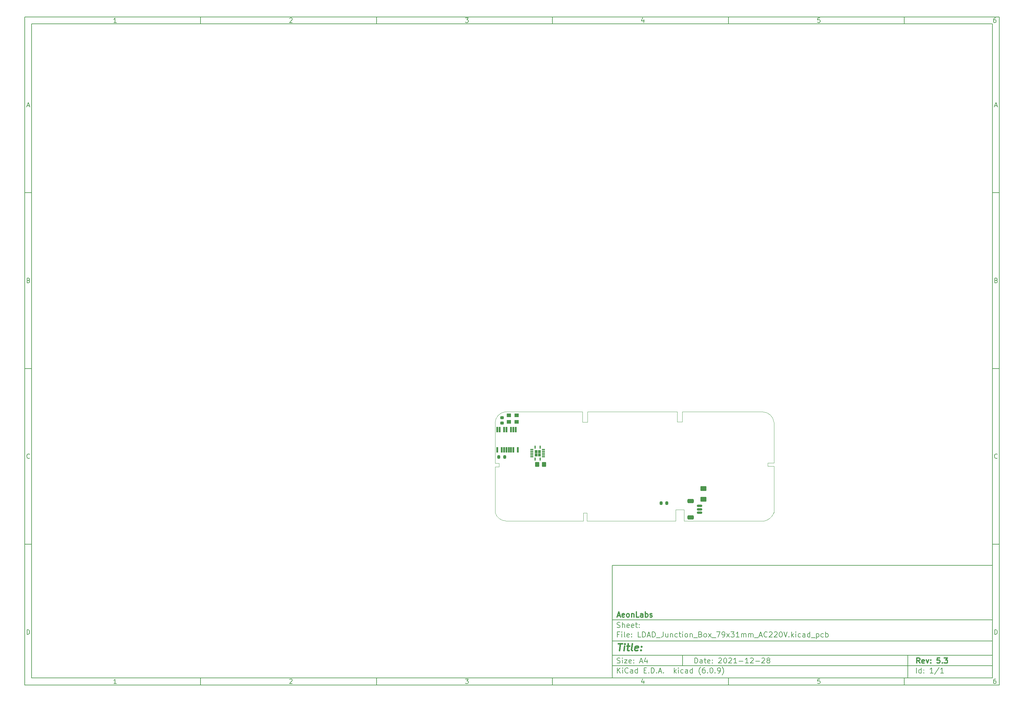
<source format=gbr>
G04 #@! TF.GenerationSoftware,KiCad,Pcbnew,(6.0.9)*
G04 #@! TF.CreationDate,2022-11-26T17:41:20+01:00*
G04 #@! TF.ProjectId,LDAD_Junction_Box_79x31mm_AC220V,4c444144-5f4a-4756-9e63-74696f6e5f42,5.3*
G04 #@! TF.SameCoordinates,Original*
G04 #@! TF.FileFunction,Paste,Bot*
G04 #@! TF.FilePolarity,Positive*
%FSLAX46Y46*%
G04 Gerber Fmt 4.6, Leading zero omitted, Abs format (unit mm)*
G04 Created by KiCad (PCBNEW (6.0.9)) date 2022-11-26 17:41:20*
%MOMM*%
%LPD*%
G01*
G04 APERTURE LIST*
G04 Aperture macros list*
%AMRoundRect*
0 Rectangle with rounded corners*
0 $1 Rounding radius*
0 $2 $3 $4 $5 $6 $7 $8 $9 X,Y pos of 4 corners*
0 Add a 4 corners polygon primitive as box body*
4,1,4,$2,$3,$4,$5,$6,$7,$8,$9,$2,$3,0*
0 Add four circle primitives for the rounded corners*
1,1,$1+$1,$2,$3*
1,1,$1+$1,$4,$5*
1,1,$1+$1,$6,$7*
1,1,$1+$1,$8,$9*
0 Add four rect primitives between the rounded corners*
20,1,$1+$1,$2,$3,$4,$5,0*
20,1,$1+$1,$4,$5,$6,$7,0*
20,1,$1+$1,$6,$7,$8,$9,0*
20,1,$1+$1,$8,$9,$2,$3,0*%
G04 Aperture macros list end*
%ADD10C,0.100000*%
%ADD11C,0.150000*%
%ADD12C,0.300000*%
%ADD13C,0.400000*%
G04 #@! TA.AperFunction,Profile*
%ADD14C,0.120000*%
G04 #@! TD*
%ADD15C,0.010000*%
%ADD16RoundRect,0.150000X-0.625000X0.150000X-0.625000X-0.150000X0.625000X-0.150000X0.625000X0.150000X0*%
%ADD17RoundRect,0.250000X-0.650000X0.350000X-0.650000X-0.350000X0.650000X-0.350000X0.650000X0.350000X0*%
%ADD18R,1.300000X1.000000*%
%ADD19RoundRect,0.250000X0.350000X0.450000X-0.350000X0.450000X-0.350000X-0.450000X0.350000X-0.450000X0*%
%ADD20RoundRect,0.225000X-0.250000X0.225000X-0.250000X-0.225000X0.250000X-0.225000X0.250000X0.225000X0*%
%ADD21RoundRect,0.200000X0.200000X0.275000X-0.200000X0.275000X-0.200000X-0.275000X0.200000X-0.275000X0*%
%ADD22RoundRect,0.250001X-0.624999X0.462499X-0.624999X-0.462499X0.624999X-0.462499X0.624999X0.462499X0*%
%ADD23RoundRect,0.200000X-0.200000X-0.275000X0.200000X-0.275000X0.200000X0.275000X-0.200000X0.275000X0*%
%ADD24RoundRect,0.020500X-0.184500X0.729500X-0.184500X-0.729500X0.184500X-0.729500X0.184500X0.729500X0*%
%ADD25RoundRect,0.000050X-0.000450X0.000450X-0.000450X-0.000450X0.000450X-0.000450X0.000450X0.000450X0*%
%ADD26RoundRect,0.018200X-0.111800X0.421800X-0.111800X-0.421800X0.111800X-0.421800X0.111800X0.421800X0*%
%ADD27RoundRect,0.018200X0.421800X0.111800X-0.421800X0.111800X-0.421800X-0.111800X0.421800X-0.111800X0*%
%ADD28RoundRect,0.018200X-0.421800X-0.111800X0.421800X-0.111800X0.421800X0.111800X-0.421800X0.111800X0*%
G04 APERTURE END LIST*
D10*
D11*
X177002200Y-166007200D02*
X177002200Y-198007200D01*
X285002200Y-198007200D01*
X285002200Y-166007200D01*
X177002200Y-166007200D01*
D10*
D11*
X10000000Y-10000000D02*
X10000000Y-200007200D01*
X287002200Y-200007200D01*
X287002200Y-10000000D01*
X10000000Y-10000000D01*
D10*
D11*
X12000000Y-12000000D02*
X12000000Y-198007200D01*
X285002200Y-198007200D01*
X285002200Y-12000000D01*
X12000000Y-12000000D01*
D10*
D11*
X60000000Y-12000000D02*
X60000000Y-10000000D01*
D10*
D11*
X110000000Y-12000000D02*
X110000000Y-10000000D01*
D10*
D11*
X160000000Y-12000000D02*
X160000000Y-10000000D01*
D10*
D11*
X210000000Y-12000000D02*
X210000000Y-10000000D01*
D10*
D11*
X260000000Y-12000000D02*
X260000000Y-10000000D01*
D10*
D11*
X36065476Y-11588095D02*
X35322619Y-11588095D01*
X35694047Y-11588095D02*
X35694047Y-10288095D01*
X35570238Y-10473809D01*
X35446428Y-10597619D01*
X35322619Y-10659523D01*
D10*
D11*
X85322619Y-10411904D02*
X85384523Y-10350000D01*
X85508333Y-10288095D01*
X85817857Y-10288095D01*
X85941666Y-10350000D01*
X86003571Y-10411904D01*
X86065476Y-10535714D01*
X86065476Y-10659523D01*
X86003571Y-10845238D01*
X85260714Y-11588095D01*
X86065476Y-11588095D01*
D10*
D11*
X135260714Y-10288095D02*
X136065476Y-10288095D01*
X135632142Y-10783333D01*
X135817857Y-10783333D01*
X135941666Y-10845238D01*
X136003571Y-10907142D01*
X136065476Y-11030952D01*
X136065476Y-11340476D01*
X136003571Y-11464285D01*
X135941666Y-11526190D01*
X135817857Y-11588095D01*
X135446428Y-11588095D01*
X135322619Y-11526190D01*
X135260714Y-11464285D01*
D10*
D11*
X185941666Y-10721428D02*
X185941666Y-11588095D01*
X185632142Y-10226190D02*
X185322619Y-11154761D01*
X186127380Y-11154761D01*
D10*
D11*
X236003571Y-10288095D02*
X235384523Y-10288095D01*
X235322619Y-10907142D01*
X235384523Y-10845238D01*
X235508333Y-10783333D01*
X235817857Y-10783333D01*
X235941666Y-10845238D01*
X236003571Y-10907142D01*
X236065476Y-11030952D01*
X236065476Y-11340476D01*
X236003571Y-11464285D01*
X235941666Y-11526190D01*
X235817857Y-11588095D01*
X235508333Y-11588095D01*
X235384523Y-11526190D01*
X235322619Y-11464285D01*
D10*
D11*
X285941666Y-10288095D02*
X285694047Y-10288095D01*
X285570238Y-10350000D01*
X285508333Y-10411904D01*
X285384523Y-10597619D01*
X285322619Y-10845238D01*
X285322619Y-11340476D01*
X285384523Y-11464285D01*
X285446428Y-11526190D01*
X285570238Y-11588095D01*
X285817857Y-11588095D01*
X285941666Y-11526190D01*
X286003571Y-11464285D01*
X286065476Y-11340476D01*
X286065476Y-11030952D01*
X286003571Y-10907142D01*
X285941666Y-10845238D01*
X285817857Y-10783333D01*
X285570238Y-10783333D01*
X285446428Y-10845238D01*
X285384523Y-10907142D01*
X285322619Y-11030952D01*
D10*
D11*
X60000000Y-198007200D02*
X60000000Y-200007200D01*
D10*
D11*
X110000000Y-198007200D02*
X110000000Y-200007200D01*
D10*
D11*
X160000000Y-198007200D02*
X160000000Y-200007200D01*
D10*
D11*
X210000000Y-198007200D02*
X210000000Y-200007200D01*
D10*
D11*
X260000000Y-198007200D02*
X260000000Y-200007200D01*
D10*
D11*
X36065476Y-199595295D02*
X35322619Y-199595295D01*
X35694047Y-199595295D02*
X35694047Y-198295295D01*
X35570238Y-198481009D01*
X35446428Y-198604819D01*
X35322619Y-198666723D01*
D10*
D11*
X85322619Y-198419104D02*
X85384523Y-198357200D01*
X85508333Y-198295295D01*
X85817857Y-198295295D01*
X85941666Y-198357200D01*
X86003571Y-198419104D01*
X86065476Y-198542914D01*
X86065476Y-198666723D01*
X86003571Y-198852438D01*
X85260714Y-199595295D01*
X86065476Y-199595295D01*
D10*
D11*
X135260714Y-198295295D02*
X136065476Y-198295295D01*
X135632142Y-198790533D01*
X135817857Y-198790533D01*
X135941666Y-198852438D01*
X136003571Y-198914342D01*
X136065476Y-199038152D01*
X136065476Y-199347676D01*
X136003571Y-199471485D01*
X135941666Y-199533390D01*
X135817857Y-199595295D01*
X135446428Y-199595295D01*
X135322619Y-199533390D01*
X135260714Y-199471485D01*
D10*
D11*
X185941666Y-198728628D02*
X185941666Y-199595295D01*
X185632142Y-198233390D02*
X185322619Y-199161961D01*
X186127380Y-199161961D01*
D10*
D11*
X236003571Y-198295295D02*
X235384523Y-198295295D01*
X235322619Y-198914342D01*
X235384523Y-198852438D01*
X235508333Y-198790533D01*
X235817857Y-198790533D01*
X235941666Y-198852438D01*
X236003571Y-198914342D01*
X236065476Y-199038152D01*
X236065476Y-199347676D01*
X236003571Y-199471485D01*
X235941666Y-199533390D01*
X235817857Y-199595295D01*
X235508333Y-199595295D01*
X235384523Y-199533390D01*
X235322619Y-199471485D01*
D10*
D11*
X285941666Y-198295295D02*
X285694047Y-198295295D01*
X285570238Y-198357200D01*
X285508333Y-198419104D01*
X285384523Y-198604819D01*
X285322619Y-198852438D01*
X285322619Y-199347676D01*
X285384523Y-199471485D01*
X285446428Y-199533390D01*
X285570238Y-199595295D01*
X285817857Y-199595295D01*
X285941666Y-199533390D01*
X286003571Y-199471485D01*
X286065476Y-199347676D01*
X286065476Y-199038152D01*
X286003571Y-198914342D01*
X285941666Y-198852438D01*
X285817857Y-198790533D01*
X285570238Y-198790533D01*
X285446428Y-198852438D01*
X285384523Y-198914342D01*
X285322619Y-199038152D01*
D10*
D11*
X10000000Y-60000000D02*
X12000000Y-60000000D01*
D10*
D11*
X10000000Y-110000000D02*
X12000000Y-110000000D01*
D10*
D11*
X10000000Y-160000000D02*
X12000000Y-160000000D01*
D10*
D11*
X10690476Y-35216666D02*
X11309523Y-35216666D01*
X10566666Y-35588095D02*
X11000000Y-34288095D01*
X11433333Y-35588095D01*
D10*
D11*
X11092857Y-84907142D02*
X11278571Y-84969047D01*
X11340476Y-85030952D01*
X11402380Y-85154761D01*
X11402380Y-85340476D01*
X11340476Y-85464285D01*
X11278571Y-85526190D01*
X11154761Y-85588095D01*
X10659523Y-85588095D01*
X10659523Y-84288095D01*
X11092857Y-84288095D01*
X11216666Y-84350000D01*
X11278571Y-84411904D01*
X11340476Y-84535714D01*
X11340476Y-84659523D01*
X11278571Y-84783333D01*
X11216666Y-84845238D01*
X11092857Y-84907142D01*
X10659523Y-84907142D01*
D10*
D11*
X11402380Y-135464285D02*
X11340476Y-135526190D01*
X11154761Y-135588095D01*
X11030952Y-135588095D01*
X10845238Y-135526190D01*
X10721428Y-135402380D01*
X10659523Y-135278571D01*
X10597619Y-135030952D01*
X10597619Y-134845238D01*
X10659523Y-134597619D01*
X10721428Y-134473809D01*
X10845238Y-134350000D01*
X11030952Y-134288095D01*
X11154761Y-134288095D01*
X11340476Y-134350000D01*
X11402380Y-134411904D01*
D10*
D11*
X10659523Y-185588095D02*
X10659523Y-184288095D01*
X10969047Y-184288095D01*
X11154761Y-184350000D01*
X11278571Y-184473809D01*
X11340476Y-184597619D01*
X11402380Y-184845238D01*
X11402380Y-185030952D01*
X11340476Y-185278571D01*
X11278571Y-185402380D01*
X11154761Y-185526190D01*
X10969047Y-185588095D01*
X10659523Y-185588095D01*
D10*
D11*
X287002200Y-60000000D02*
X285002200Y-60000000D01*
D10*
D11*
X287002200Y-110000000D02*
X285002200Y-110000000D01*
D10*
D11*
X287002200Y-160000000D02*
X285002200Y-160000000D01*
D10*
D11*
X285692676Y-35216666D02*
X286311723Y-35216666D01*
X285568866Y-35588095D02*
X286002200Y-34288095D01*
X286435533Y-35588095D01*
D10*
D11*
X286095057Y-84907142D02*
X286280771Y-84969047D01*
X286342676Y-85030952D01*
X286404580Y-85154761D01*
X286404580Y-85340476D01*
X286342676Y-85464285D01*
X286280771Y-85526190D01*
X286156961Y-85588095D01*
X285661723Y-85588095D01*
X285661723Y-84288095D01*
X286095057Y-84288095D01*
X286218866Y-84350000D01*
X286280771Y-84411904D01*
X286342676Y-84535714D01*
X286342676Y-84659523D01*
X286280771Y-84783333D01*
X286218866Y-84845238D01*
X286095057Y-84907142D01*
X285661723Y-84907142D01*
D10*
D11*
X286404580Y-135464285D02*
X286342676Y-135526190D01*
X286156961Y-135588095D01*
X286033152Y-135588095D01*
X285847438Y-135526190D01*
X285723628Y-135402380D01*
X285661723Y-135278571D01*
X285599819Y-135030952D01*
X285599819Y-134845238D01*
X285661723Y-134597619D01*
X285723628Y-134473809D01*
X285847438Y-134350000D01*
X286033152Y-134288095D01*
X286156961Y-134288095D01*
X286342676Y-134350000D01*
X286404580Y-134411904D01*
D10*
D11*
X285661723Y-185588095D02*
X285661723Y-184288095D01*
X285971247Y-184288095D01*
X286156961Y-184350000D01*
X286280771Y-184473809D01*
X286342676Y-184597619D01*
X286404580Y-184845238D01*
X286404580Y-185030952D01*
X286342676Y-185278571D01*
X286280771Y-185402380D01*
X286156961Y-185526190D01*
X285971247Y-185588095D01*
X285661723Y-185588095D01*
D10*
D11*
X200434342Y-193785771D02*
X200434342Y-192285771D01*
X200791485Y-192285771D01*
X201005771Y-192357200D01*
X201148628Y-192500057D01*
X201220057Y-192642914D01*
X201291485Y-192928628D01*
X201291485Y-193142914D01*
X201220057Y-193428628D01*
X201148628Y-193571485D01*
X201005771Y-193714342D01*
X200791485Y-193785771D01*
X200434342Y-193785771D01*
X202577200Y-193785771D02*
X202577200Y-193000057D01*
X202505771Y-192857200D01*
X202362914Y-192785771D01*
X202077200Y-192785771D01*
X201934342Y-192857200D01*
X202577200Y-193714342D02*
X202434342Y-193785771D01*
X202077200Y-193785771D01*
X201934342Y-193714342D01*
X201862914Y-193571485D01*
X201862914Y-193428628D01*
X201934342Y-193285771D01*
X202077200Y-193214342D01*
X202434342Y-193214342D01*
X202577200Y-193142914D01*
X203077200Y-192785771D02*
X203648628Y-192785771D01*
X203291485Y-192285771D02*
X203291485Y-193571485D01*
X203362914Y-193714342D01*
X203505771Y-193785771D01*
X203648628Y-193785771D01*
X204720057Y-193714342D02*
X204577200Y-193785771D01*
X204291485Y-193785771D01*
X204148628Y-193714342D01*
X204077200Y-193571485D01*
X204077200Y-193000057D01*
X204148628Y-192857200D01*
X204291485Y-192785771D01*
X204577200Y-192785771D01*
X204720057Y-192857200D01*
X204791485Y-193000057D01*
X204791485Y-193142914D01*
X204077200Y-193285771D01*
X205434342Y-193642914D02*
X205505771Y-193714342D01*
X205434342Y-193785771D01*
X205362914Y-193714342D01*
X205434342Y-193642914D01*
X205434342Y-193785771D01*
X205434342Y-192857200D02*
X205505771Y-192928628D01*
X205434342Y-193000057D01*
X205362914Y-192928628D01*
X205434342Y-192857200D01*
X205434342Y-193000057D01*
X207220057Y-192428628D02*
X207291485Y-192357200D01*
X207434342Y-192285771D01*
X207791485Y-192285771D01*
X207934342Y-192357200D01*
X208005771Y-192428628D01*
X208077200Y-192571485D01*
X208077200Y-192714342D01*
X208005771Y-192928628D01*
X207148628Y-193785771D01*
X208077200Y-193785771D01*
X209005771Y-192285771D02*
X209148628Y-192285771D01*
X209291485Y-192357200D01*
X209362914Y-192428628D01*
X209434342Y-192571485D01*
X209505771Y-192857200D01*
X209505771Y-193214342D01*
X209434342Y-193500057D01*
X209362914Y-193642914D01*
X209291485Y-193714342D01*
X209148628Y-193785771D01*
X209005771Y-193785771D01*
X208862914Y-193714342D01*
X208791485Y-193642914D01*
X208720057Y-193500057D01*
X208648628Y-193214342D01*
X208648628Y-192857200D01*
X208720057Y-192571485D01*
X208791485Y-192428628D01*
X208862914Y-192357200D01*
X209005771Y-192285771D01*
X210077200Y-192428628D02*
X210148628Y-192357200D01*
X210291485Y-192285771D01*
X210648628Y-192285771D01*
X210791485Y-192357200D01*
X210862914Y-192428628D01*
X210934342Y-192571485D01*
X210934342Y-192714342D01*
X210862914Y-192928628D01*
X210005771Y-193785771D01*
X210934342Y-193785771D01*
X212362914Y-193785771D02*
X211505771Y-193785771D01*
X211934342Y-193785771D02*
X211934342Y-192285771D01*
X211791485Y-192500057D01*
X211648628Y-192642914D01*
X211505771Y-192714342D01*
X213005771Y-193214342D02*
X214148628Y-193214342D01*
X215648628Y-193785771D02*
X214791485Y-193785771D01*
X215220057Y-193785771D02*
X215220057Y-192285771D01*
X215077200Y-192500057D01*
X214934342Y-192642914D01*
X214791485Y-192714342D01*
X216220057Y-192428628D02*
X216291485Y-192357200D01*
X216434342Y-192285771D01*
X216791485Y-192285771D01*
X216934342Y-192357200D01*
X217005771Y-192428628D01*
X217077200Y-192571485D01*
X217077200Y-192714342D01*
X217005771Y-192928628D01*
X216148628Y-193785771D01*
X217077200Y-193785771D01*
X217720057Y-193214342D02*
X218862914Y-193214342D01*
X219505771Y-192428628D02*
X219577200Y-192357200D01*
X219720057Y-192285771D01*
X220077200Y-192285771D01*
X220220057Y-192357200D01*
X220291485Y-192428628D01*
X220362914Y-192571485D01*
X220362914Y-192714342D01*
X220291485Y-192928628D01*
X219434342Y-193785771D01*
X220362914Y-193785771D01*
X221220057Y-192928628D02*
X221077200Y-192857200D01*
X221005771Y-192785771D01*
X220934342Y-192642914D01*
X220934342Y-192571485D01*
X221005771Y-192428628D01*
X221077200Y-192357200D01*
X221220057Y-192285771D01*
X221505771Y-192285771D01*
X221648628Y-192357200D01*
X221720057Y-192428628D01*
X221791485Y-192571485D01*
X221791485Y-192642914D01*
X221720057Y-192785771D01*
X221648628Y-192857200D01*
X221505771Y-192928628D01*
X221220057Y-192928628D01*
X221077200Y-193000057D01*
X221005771Y-193071485D01*
X220934342Y-193214342D01*
X220934342Y-193500057D01*
X221005771Y-193642914D01*
X221077200Y-193714342D01*
X221220057Y-193785771D01*
X221505771Y-193785771D01*
X221648628Y-193714342D01*
X221720057Y-193642914D01*
X221791485Y-193500057D01*
X221791485Y-193214342D01*
X221720057Y-193071485D01*
X221648628Y-193000057D01*
X221505771Y-192928628D01*
D10*
D11*
X177002200Y-194507200D02*
X285002200Y-194507200D01*
D10*
D11*
X178434342Y-196585771D02*
X178434342Y-195085771D01*
X179291485Y-196585771D02*
X178648628Y-195728628D01*
X179291485Y-195085771D02*
X178434342Y-195942914D01*
X179934342Y-196585771D02*
X179934342Y-195585771D01*
X179934342Y-195085771D02*
X179862914Y-195157200D01*
X179934342Y-195228628D01*
X180005771Y-195157200D01*
X179934342Y-195085771D01*
X179934342Y-195228628D01*
X181505771Y-196442914D02*
X181434342Y-196514342D01*
X181220057Y-196585771D01*
X181077200Y-196585771D01*
X180862914Y-196514342D01*
X180720057Y-196371485D01*
X180648628Y-196228628D01*
X180577200Y-195942914D01*
X180577200Y-195728628D01*
X180648628Y-195442914D01*
X180720057Y-195300057D01*
X180862914Y-195157200D01*
X181077200Y-195085771D01*
X181220057Y-195085771D01*
X181434342Y-195157200D01*
X181505771Y-195228628D01*
X182791485Y-196585771D02*
X182791485Y-195800057D01*
X182720057Y-195657200D01*
X182577200Y-195585771D01*
X182291485Y-195585771D01*
X182148628Y-195657200D01*
X182791485Y-196514342D02*
X182648628Y-196585771D01*
X182291485Y-196585771D01*
X182148628Y-196514342D01*
X182077200Y-196371485D01*
X182077200Y-196228628D01*
X182148628Y-196085771D01*
X182291485Y-196014342D01*
X182648628Y-196014342D01*
X182791485Y-195942914D01*
X184148628Y-196585771D02*
X184148628Y-195085771D01*
X184148628Y-196514342D02*
X184005771Y-196585771D01*
X183720057Y-196585771D01*
X183577200Y-196514342D01*
X183505771Y-196442914D01*
X183434342Y-196300057D01*
X183434342Y-195871485D01*
X183505771Y-195728628D01*
X183577200Y-195657200D01*
X183720057Y-195585771D01*
X184005771Y-195585771D01*
X184148628Y-195657200D01*
X186005771Y-195800057D02*
X186505771Y-195800057D01*
X186720057Y-196585771D02*
X186005771Y-196585771D01*
X186005771Y-195085771D01*
X186720057Y-195085771D01*
X187362914Y-196442914D02*
X187434342Y-196514342D01*
X187362914Y-196585771D01*
X187291485Y-196514342D01*
X187362914Y-196442914D01*
X187362914Y-196585771D01*
X188077200Y-196585771D02*
X188077200Y-195085771D01*
X188434342Y-195085771D01*
X188648628Y-195157200D01*
X188791485Y-195300057D01*
X188862914Y-195442914D01*
X188934342Y-195728628D01*
X188934342Y-195942914D01*
X188862914Y-196228628D01*
X188791485Y-196371485D01*
X188648628Y-196514342D01*
X188434342Y-196585771D01*
X188077200Y-196585771D01*
X189577200Y-196442914D02*
X189648628Y-196514342D01*
X189577200Y-196585771D01*
X189505771Y-196514342D01*
X189577200Y-196442914D01*
X189577200Y-196585771D01*
X190220057Y-196157200D02*
X190934342Y-196157200D01*
X190077200Y-196585771D02*
X190577200Y-195085771D01*
X191077200Y-196585771D01*
X191577200Y-196442914D02*
X191648628Y-196514342D01*
X191577200Y-196585771D01*
X191505771Y-196514342D01*
X191577200Y-196442914D01*
X191577200Y-196585771D01*
X194577200Y-196585771D02*
X194577200Y-195085771D01*
X194720057Y-196014342D02*
X195148628Y-196585771D01*
X195148628Y-195585771D02*
X194577200Y-196157200D01*
X195791485Y-196585771D02*
X195791485Y-195585771D01*
X195791485Y-195085771D02*
X195720057Y-195157200D01*
X195791485Y-195228628D01*
X195862914Y-195157200D01*
X195791485Y-195085771D01*
X195791485Y-195228628D01*
X197148628Y-196514342D02*
X197005771Y-196585771D01*
X196720057Y-196585771D01*
X196577200Y-196514342D01*
X196505771Y-196442914D01*
X196434342Y-196300057D01*
X196434342Y-195871485D01*
X196505771Y-195728628D01*
X196577200Y-195657200D01*
X196720057Y-195585771D01*
X197005771Y-195585771D01*
X197148628Y-195657200D01*
X198434342Y-196585771D02*
X198434342Y-195800057D01*
X198362914Y-195657200D01*
X198220057Y-195585771D01*
X197934342Y-195585771D01*
X197791485Y-195657200D01*
X198434342Y-196514342D02*
X198291485Y-196585771D01*
X197934342Y-196585771D01*
X197791485Y-196514342D01*
X197720057Y-196371485D01*
X197720057Y-196228628D01*
X197791485Y-196085771D01*
X197934342Y-196014342D01*
X198291485Y-196014342D01*
X198434342Y-195942914D01*
X199791485Y-196585771D02*
X199791485Y-195085771D01*
X199791485Y-196514342D02*
X199648628Y-196585771D01*
X199362914Y-196585771D01*
X199220057Y-196514342D01*
X199148628Y-196442914D01*
X199077200Y-196300057D01*
X199077200Y-195871485D01*
X199148628Y-195728628D01*
X199220057Y-195657200D01*
X199362914Y-195585771D01*
X199648628Y-195585771D01*
X199791485Y-195657200D01*
X202077200Y-197157200D02*
X202005771Y-197085771D01*
X201862914Y-196871485D01*
X201791485Y-196728628D01*
X201720057Y-196514342D01*
X201648628Y-196157200D01*
X201648628Y-195871485D01*
X201720057Y-195514342D01*
X201791485Y-195300057D01*
X201862914Y-195157200D01*
X202005771Y-194942914D01*
X202077200Y-194871485D01*
X203291485Y-195085771D02*
X203005771Y-195085771D01*
X202862914Y-195157200D01*
X202791485Y-195228628D01*
X202648628Y-195442914D01*
X202577200Y-195728628D01*
X202577200Y-196300057D01*
X202648628Y-196442914D01*
X202720057Y-196514342D01*
X202862914Y-196585771D01*
X203148628Y-196585771D01*
X203291485Y-196514342D01*
X203362914Y-196442914D01*
X203434342Y-196300057D01*
X203434342Y-195942914D01*
X203362914Y-195800057D01*
X203291485Y-195728628D01*
X203148628Y-195657200D01*
X202862914Y-195657200D01*
X202720057Y-195728628D01*
X202648628Y-195800057D01*
X202577200Y-195942914D01*
X204077200Y-196442914D02*
X204148628Y-196514342D01*
X204077200Y-196585771D01*
X204005771Y-196514342D01*
X204077200Y-196442914D01*
X204077200Y-196585771D01*
X205077200Y-195085771D02*
X205220057Y-195085771D01*
X205362914Y-195157200D01*
X205434342Y-195228628D01*
X205505771Y-195371485D01*
X205577200Y-195657200D01*
X205577200Y-196014342D01*
X205505771Y-196300057D01*
X205434342Y-196442914D01*
X205362914Y-196514342D01*
X205220057Y-196585771D01*
X205077200Y-196585771D01*
X204934342Y-196514342D01*
X204862914Y-196442914D01*
X204791485Y-196300057D01*
X204720057Y-196014342D01*
X204720057Y-195657200D01*
X204791485Y-195371485D01*
X204862914Y-195228628D01*
X204934342Y-195157200D01*
X205077200Y-195085771D01*
X206220057Y-196442914D02*
X206291485Y-196514342D01*
X206220057Y-196585771D01*
X206148628Y-196514342D01*
X206220057Y-196442914D01*
X206220057Y-196585771D01*
X207005771Y-196585771D02*
X207291485Y-196585771D01*
X207434342Y-196514342D01*
X207505771Y-196442914D01*
X207648628Y-196228628D01*
X207720057Y-195942914D01*
X207720057Y-195371485D01*
X207648628Y-195228628D01*
X207577200Y-195157200D01*
X207434342Y-195085771D01*
X207148628Y-195085771D01*
X207005771Y-195157200D01*
X206934342Y-195228628D01*
X206862914Y-195371485D01*
X206862914Y-195728628D01*
X206934342Y-195871485D01*
X207005771Y-195942914D01*
X207148628Y-196014342D01*
X207434342Y-196014342D01*
X207577200Y-195942914D01*
X207648628Y-195871485D01*
X207720057Y-195728628D01*
X208220057Y-197157200D02*
X208291485Y-197085771D01*
X208434342Y-196871485D01*
X208505771Y-196728628D01*
X208577200Y-196514342D01*
X208648628Y-196157200D01*
X208648628Y-195871485D01*
X208577200Y-195514342D01*
X208505771Y-195300057D01*
X208434342Y-195157200D01*
X208291485Y-194942914D01*
X208220057Y-194871485D01*
D10*
D11*
X177002200Y-191507200D02*
X285002200Y-191507200D01*
D10*
D12*
X264411485Y-193785771D02*
X263911485Y-193071485D01*
X263554342Y-193785771D02*
X263554342Y-192285771D01*
X264125771Y-192285771D01*
X264268628Y-192357200D01*
X264340057Y-192428628D01*
X264411485Y-192571485D01*
X264411485Y-192785771D01*
X264340057Y-192928628D01*
X264268628Y-193000057D01*
X264125771Y-193071485D01*
X263554342Y-193071485D01*
X265625771Y-193714342D02*
X265482914Y-193785771D01*
X265197200Y-193785771D01*
X265054342Y-193714342D01*
X264982914Y-193571485D01*
X264982914Y-193000057D01*
X265054342Y-192857200D01*
X265197200Y-192785771D01*
X265482914Y-192785771D01*
X265625771Y-192857200D01*
X265697200Y-193000057D01*
X265697200Y-193142914D01*
X264982914Y-193285771D01*
X266197200Y-192785771D02*
X266554342Y-193785771D01*
X266911485Y-192785771D01*
X267482914Y-193642914D02*
X267554342Y-193714342D01*
X267482914Y-193785771D01*
X267411485Y-193714342D01*
X267482914Y-193642914D01*
X267482914Y-193785771D01*
X267482914Y-192857200D02*
X267554342Y-192928628D01*
X267482914Y-193000057D01*
X267411485Y-192928628D01*
X267482914Y-192857200D01*
X267482914Y-193000057D01*
X270054342Y-192285771D02*
X269340057Y-192285771D01*
X269268628Y-193000057D01*
X269340057Y-192928628D01*
X269482914Y-192857200D01*
X269840057Y-192857200D01*
X269982914Y-192928628D01*
X270054342Y-193000057D01*
X270125771Y-193142914D01*
X270125771Y-193500057D01*
X270054342Y-193642914D01*
X269982914Y-193714342D01*
X269840057Y-193785771D01*
X269482914Y-193785771D01*
X269340057Y-193714342D01*
X269268628Y-193642914D01*
X270768628Y-193642914D02*
X270840057Y-193714342D01*
X270768628Y-193785771D01*
X270697200Y-193714342D01*
X270768628Y-193642914D01*
X270768628Y-193785771D01*
X271340057Y-192285771D02*
X272268628Y-192285771D01*
X271768628Y-192857200D01*
X271982914Y-192857200D01*
X272125771Y-192928628D01*
X272197200Y-193000057D01*
X272268628Y-193142914D01*
X272268628Y-193500057D01*
X272197200Y-193642914D01*
X272125771Y-193714342D01*
X271982914Y-193785771D01*
X271554342Y-193785771D01*
X271411485Y-193714342D01*
X271340057Y-193642914D01*
D10*
D11*
X178362914Y-193714342D02*
X178577200Y-193785771D01*
X178934342Y-193785771D01*
X179077200Y-193714342D01*
X179148628Y-193642914D01*
X179220057Y-193500057D01*
X179220057Y-193357200D01*
X179148628Y-193214342D01*
X179077200Y-193142914D01*
X178934342Y-193071485D01*
X178648628Y-193000057D01*
X178505771Y-192928628D01*
X178434342Y-192857200D01*
X178362914Y-192714342D01*
X178362914Y-192571485D01*
X178434342Y-192428628D01*
X178505771Y-192357200D01*
X178648628Y-192285771D01*
X179005771Y-192285771D01*
X179220057Y-192357200D01*
X179862914Y-193785771D02*
X179862914Y-192785771D01*
X179862914Y-192285771D02*
X179791485Y-192357200D01*
X179862914Y-192428628D01*
X179934342Y-192357200D01*
X179862914Y-192285771D01*
X179862914Y-192428628D01*
X180434342Y-192785771D02*
X181220057Y-192785771D01*
X180434342Y-193785771D01*
X181220057Y-193785771D01*
X182362914Y-193714342D02*
X182220057Y-193785771D01*
X181934342Y-193785771D01*
X181791485Y-193714342D01*
X181720057Y-193571485D01*
X181720057Y-193000057D01*
X181791485Y-192857200D01*
X181934342Y-192785771D01*
X182220057Y-192785771D01*
X182362914Y-192857200D01*
X182434342Y-193000057D01*
X182434342Y-193142914D01*
X181720057Y-193285771D01*
X183077200Y-193642914D02*
X183148628Y-193714342D01*
X183077200Y-193785771D01*
X183005771Y-193714342D01*
X183077200Y-193642914D01*
X183077200Y-193785771D01*
X183077200Y-192857200D02*
X183148628Y-192928628D01*
X183077200Y-193000057D01*
X183005771Y-192928628D01*
X183077200Y-192857200D01*
X183077200Y-193000057D01*
X184862914Y-193357200D02*
X185577200Y-193357200D01*
X184720057Y-193785771D02*
X185220057Y-192285771D01*
X185720057Y-193785771D01*
X186862914Y-192785771D02*
X186862914Y-193785771D01*
X186505771Y-192214342D02*
X186148628Y-193285771D01*
X187077200Y-193285771D01*
D10*
D11*
X263434342Y-196585771D02*
X263434342Y-195085771D01*
X264791485Y-196585771D02*
X264791485Y-195085771D01*
X264791485Y-196514342D02*
X264648628Y-196585771D01*
X264362914Y-196585771D01*
X264220057Y-196514342D01*
X264148628Y-196442914D01*
X264077200Y-196300057D01*
X264077200Y-195871485D01*
X264148628Y-195728628D01*
X264220057Y-195657200D01*
X264362914Y-195585771D01*
X264648628Y-195585771D01*
X264791485Y-195657200D01*
X265505771Y-196442914D02*
X265577200Y-196514342D01*
X265505771Y-196585771D01*
X265434342Y-196514342D01*
X265505771Y-196442914D01*
X265505771Y-196585771D01*
X265505771Y-195657200D02*
X265577200Y-195728628D01*
X265505771Y-195800057D01*
X265434342Y-195728628D01*
X265505771Y-195657200D01*
X265505771Y-195800057D01*
X268148628Y-196585771D02*
X267291485Y-196585771D01*
X267720057Y-196585771D02*
X267720057Y-195085771D01*
X267577200Y-195300057D01*
X267434342Y-195442914D01*
X267291485Y-195514342D01*
X269862914Y-195014342D02*
X268577200Y-196942914D01*
X271148628Y-196585771D02*
X270291485Y-196585771D01*
X270720057Y-196585771D02*
X270720057Y-195085771D01*
X270577200Y-195300057D01*
X270434342Y-195442914D01*
X270291485Y-195514342D01*
D10*
D11*
X177002200Y-187507200D02*
X285002200Y-187507200D01*
D10*
D13*
X178714580Y-188211961D02*
X179857438Y-188211961D01*
X179036009Y-190211961D02*
X179286009Y-188211961D01*
X180274104Y-190211961D02*
X180440771Y-188878628D01*
X180524104Y-188211961D02*
X180416961Y-188307200D01*
X180500295Y-188402438D01*
X180607438Y-188307200D01*
X180524104Y-188211961D01*
X180500295Y-188402438D01*
X181107438Y-188878628D02*
X181869342Y-188878628D01*
X181476485Y-188211961D02*
X181262200Y-189926247D01*
X181333628Y-190116723D01*
X181512200Y-190211961D01*
X181702676Y-190211961D01*
X182655057Y-190211961D02*
X182476485Y-190116723D01*
X182405057Y-189926247D01*
X182619342Y-188211961D01*
X184190771Y-190116723D02*
X183988390Y-190211961D01*
X183607438Y-190211961D01*
X183428866Y-190116723D01*
X183357438Y-189926247D01*
X183452676Y-189164342D01*
X183571723Y-188973866D01*
X183774104Y-188878628D01*
X184155057Y-188878628D01*
X184333628Y-188973866D01*
X184405057Y-189164342D01*
X184381247Y-189354819D01*
X183405057Y-189545295D01*
X185155057Y-190021485D02*
X185238390Y-190116723D01*
X185131247Y-190211961D01*
X185047914Y-190116723D01*
X185155057Y-190021485D01*
X185131247Y-190211961D01*
X185286009Y-188973866D02*
X185369342Y-189069104D01*
X185262200Y-189164342D01*
X185178866Y-189069104D01*
X185286009Y-188973866D01*
X185262200Y-189164342D01*
D10*
D11*
X178934342Y-185600057D02*
X178434342Y-185600057D01*
X178434342Y-186385771D02*
X178434342Y-184885771D01*
X179148628Y-184885771D01*
X179720057Y-186385771D02*
X179720057Y-185385771D01*
X179720057Y-184885771D02*
X179648628Y-184957200D01*
X179720057Y-185028628D01*
X179791485Y-184957200D01*
X179720057Y-184885771D01*
X179720057Y-185028628D01*
X180648628Y-186385771D02*
X180505771Y-186314342D01*
X180434342Y-186171485D01*
X180434342Y-184885771D01*
X181791485Y-186314342D02*
X181648628Y-186385771D01*
X181362914Y-186385771D01*
X181220057Y-186314342D01*
X181148628Y-186171485D01*
X181148628Y-185600057D01*
X181220057Y-185457200D01*
X181362914Y-185385771D01*
X181648628Y-185385771D01*
X181791485Y-185457200D01*
X181862914Y-185600057D01*
X181862914Y-185742914D01*
X181148628Y-185885771D01*
X182505771Y-186242914D02*
X182577200Y-186314342D01*
X182505771Y-186385771D01*
X182434342Y-186314342D01*
X182505771Y-186242914D01*
X182505771Y-186385771D01*
X182505771Y-185457200D02*
X182577200Y-185528628D01*
X182505771Y-185600057D01*
X182434342Y-185528628D01*
X182505771Y-185457200D01*
X182505771Y-185600057D01*
X185077200Y-186385771D02*
X184362914Y-186385771D01*
X184362914Y-184885771D01*
X185577200Y-186385771D02*
X185577200Y-184885771D01*
X185934342Y-184885771D01*
X186148628Y-184957200D01*
X186291485Y-185100057D01*
X186362914Y-185242914D01*
X186434342Y-185528628D01*
X186434342Y-185742914D01*
X186362914Y-186028628D01*
X186291485Y-186171485D01*
X186148628Y-186314342D01*
X185934342Y-186385771D01*
X185577200Y-186385771D01*
X187005771Y-185957200D02*
X187720057Y-185957200D01*
X186862914Y-186385771D02*
X187362914Y-184885771D01*
X187862914Y-186385771D01*
X188362914Y-186385771D02*
X188362914Y-184885771D01*
X188720057Y-184885771D01*
X188934342Y-184957200D01*
X189077200Y-185100057D01*
X189148628Y-185242914D01*
X189220057Y-185528628D01*
X189220057Y-185742914D01*
X189148628Y-186028628D01*
X189077200Y-186171485D01*
X188934342Y-186314342D01*
X188720057Y-186385771D01*
X188362914Y-186385771D01*
X189505771Y-186528628D02*
X190648628Y-186528628D01*
X191434342Y-184885771D02*
X191434342Y-185957200D01*
X191362914Y-186171485D01*
X191220057Y-186314342D01*
X191005771Y-186385771D01*
X190862914Y-186385771D01*
X192791485Y-185385771D02*
X192791485Y-186385771D01*
X192148628Y-185385771D02*
X192148628Y-186171485D01*
X192220057Y-186314342D01*
X192362914Y-186385771D01*
X192577200Y-186385771D01*
X192720057Y-186314342D01*
X192791485Y-186242914D01*
X193505771Y-185385771D02*
X193505771Y-186385771D01*
X193505771Y-185528628D02*
X193577200Y-185457200D01*
X193720057Y-185385771D01*
X193934342Y-185385771D01*
X194077200Y-185457200D01*
X194148628Y-185600057D01*
X194148628Y-186385771D01*
X195505771Y-186314342D02*
X195362914Y-186385771D01*
X195077200Y-186385771D01*
X194934342Y-186314342D01*
X194862914Y-186242914D01*
X194791485Y-186100057D01*
X194791485Y-185671485D01*
X194862914Y-185528628D01*
X194934342Y-185457200D01*
X195077200Y-185385771D01*
X195362914Y-185385771D01*
X195505771Y-185457200D01*
X195934342Y-185385771D02*
X196505771Y-185385771D01*
X196148628Y-184885771D02*
X196148628Y-186171485D01*
X196220057Y-186314342D01*
X196362914Y-186385771D01*
X196505771Y-186385771D01*
X197005771Y-186385771D02*
X197005771Y-185385771D01*
X197005771Y-184885771D02*
X196934342Y-184957200D01*
X197005771Y-185028628D01*
X197077200Y-184957200D01*
X197005771Y-184885771D01*
X197005771Y-185028628D01*
X197934342Y-186385771D02*
X197791485Y-186314342D01*
X197720057Y-186242914D01*
X197648628Y-186100057D01*
X197648628Y-185671485D01*
X197720057Y-185528628D01*
X197791485Y-185457200D01*
X197934342Y-185385771D01*
X198148628Y-185385771D01*
X198291485Y-185457200D01*
X198362914Y-185528628D01*
X198434342Y-185671485D01*
X198434342Y-186100057D01*
X198362914Y-186242914D01*
X198291485Y-186314342D01*
X198148628Y-186385771D01*
X197934342Y-186385771D01*
X199077200Y-185385771D02*
X199077200Y-186385771D01*
X199077200Y-185528628D02*
X199148628Y-185457200D01*
X199291485Y-185385771D01*
X199505771Y-185385771D01*
X199648628Y-185457200D01*
X199720057Y-185600057D01*
X199720057Y-186385771D01*
X200077200Y-186528628D02*
X201220057Y-186528628D01*
X202077200Y-185600057D02*
X202291485Y-185671485D01*
X202362914Y-185742914D01*
X202434342Y-185885771D01*
X202434342Y-186100057D01*
X202362914Y-186242914D01*
X202291485Y-186314342D01*
X202148628Y-186385771D01*
X201577200Y-186385771D01*
X201577200Y-184885771D01*
X202077200Y-184885771D01*
X202220057Y-184957200D01*
X202291485Y-185028628D01*
X202362914Y-185171485D01*
X202362914Y-185314342D01*
X202291485Y-185457200D01*
X202220057Y-185528628D01*
X202077200Y-185600057D01*
X201577200Y-185600057D01*
X203291485Y-186385771D02*
X203148628Y-186314342D01*
X203077200Y-186242914D01*
X203005771Y-186100057D01*
X203005771Y-185671485D01*
X203077200Y-185528628D01*
X203148628Y-185457200D01*
X203291485Y-185385771D01*
X203505771Y-185385771D01*
X203648628Y-185457200D01*
X203720057Y-185528628D01*
X203791485Y-185671485D01*
X203791485Y-186100057D01*
X203720057Y-186242914D01*
X203648628Y-186314342D01*
X203505771Y-186385771D01*
X203291485Y-186385771D01*
X204291485Y-186385771D02*
X205077200Y-185385771D01*
X204291485Y-185385771D02*
X205077200Y-186385771D01*
X205291485Y-186528628D02*
X206434342Y-186528628D01*
X206648628Y-184885771D02*
X207648628Y-184885771D01*
X207005771Y-186385771D01*
X208291485Y-186385771D02*
X208577200Y-186385771D01*
X208720057Y-186314342D01*
X208791485Y-186242914D01*
X208934342Y-186028628D01*
X209005771Y-185742914D01*
X209005771Y-185171485D01*
X208934342Y-185028628D01*
X208862914Y-184957200D01*
X208720057Y-184885771D01*
X208434342Y-184885771D01*
X208291485Y-184957200D01*
X208220057Y-185028628D01*
X208148628Y-185171485D01*
X208148628Y-185528628D01*
X208220057Y-185671485D01*
X208291485Y-185742914D01*
X208434342Y-185814342D01*
X208720057Y-185814342D01*
X208862914Y-185742914D01*
X208934342Y-185671485D01*
X209005771Y-185528628D01*
X209505771Y-186385771D02*
X210291485Y-185385771D01*
X209505771Y-185385771D02*
X210291485Y-186385771D01*
X210720057Y-184885771D02*
X211648628Y-184885771D01*
X211148628Y-185457200D01*
X211362914Y-185457200D01*
X211505771Y-185528628D01*
X211577200Y-185600057D01*
X211648628Y-185742914D01*
X211648628Y-186100057D01*
X211577200Y-186242914D01*
X211505771Y-186314342D01*
X211362914Y-186385771D01*
X210934342Y-186385771D01*
X210791485Y-186314342D01*
X210720057Y-186242914D01*
X213077200Y-186385771D02*
X212220057Y-186385771D01*
X212648628Y-186385771D02*
X212648628Y-184885771D01*
X212505771Y-185100057D01*
X212362914Y-185242914D01*
X212220057Y-185314342D01*
X213720057Y-186385771D02*
X213720057Y-185385771D01*
X213720057Y-185528628D02*
X213791485Y-185457200D01*
X213934342Y-185385771D01*
X214148628Y-185385771D01*
X214291485Y-185457200D01*
X214362914Y-185600057D01*
X214362914Y-186385771D01*
X214362914Y-185600057D02*
X214434342Y-185457200D01*
X214577200Y-185385771D01*
X214791485Y-185385771D01*
X214934342Y-185457200D01*
X215005771Y-185600057D01*
X215005771Y-186385771D01*
X215720057Y-186385771D02*
X215720057Y-185385771D01*
X215720057Y-185528628D02*
X215791485Y-185457200D01*
X215934342Y-185385771D01*
X216148628Y-185385771D01*
X216291485Y-185457200D01*
X216362914Y-185600057D01*
X216362914Y-186385771D01*
X216362914Y-185600057D02*
X216434342Y-185457200D01*
X216577200Y-185385771D01*
X216791485Y-185385771D01*
X216934342Y-185457200D01*
X217005771Y-185600057D01*
X217005771Y-186385771D01*
X217362914Y-186528628D02*
X218505771Y-186528628D01*
X218791485Y-185957200D02*
X219505771Y-185957200D01*
X218648628Y-186385771D02*
X219148628Y-184885771D01*
X219648628Y-186385771D01*
X221005771Y-186242914D02*
X220934342Y-186314342D01*
X220720057Y-186385771D01*
X220577200Y-186385771D01*
X220362914Y-186314342D01*
X220220057Y-186171485D01*
X220148628Y-186028628D01*
X220077200Y-185742914D01*
X220077200Y-185528628D01*
X220148628Y-185242914D01*
X220220057Y-185100057D01*
X220362914Y-184957200D01*
X220577200Y-184885771D01*
X220720057Y-184885771D01*
X220934342Y-184957200D01*
X221005771Y-185028628D01*
X221577200Y-185028628D02*
X221648628Y-184957200D01*
X221791485Y-184885771D01*
X222148628Y-184885771D01*
X222291485Y-184957200D01*
X222362914Y-185028628D01*
X222434342Y-185171485D01*
X222434342Y-185314342D01*
X222362914Y-185528628D01*
X221505771Y-186385771D01*
X222434342Y-186385771D01*
X223005771Y-185028628D02*
X223077200Y-184957200D01*
X223220057Y-184885771D01*
X223577200Y-184885771D01*
X223720057Y-184957200D01*
X223791485Y-185028628D01*
X223862914Y-185171485D01*
X223862914Y-185314342D01*
X223791485Y-185528628D01*
X222934342Y-186385771D01*
X223862914Y-186385771D01*
X224791485Y-184885771D02*
X224934342Y-184885771D01*
X225077199Y-184957200D01*
X225148628Y-185028628D01*
X225220057Y-185171485D01*
X225291485Y-185457200D01*
X225291485Y-185814342D01*
X225220057Y-186100057D01*
X225148628Y-186242914D01*
X225077199Y-186314342D01*
X224934342Y-186385771D01*
X224791485Y-186385771D01*
X224648628Y-186314342D01*
X224577199Y-186242914D01*
X224505771Y-186100057D01*
X224434342Y-185814342D01*
X224434342Y-185457200D01*
X224505771Y-185171485D01*
X224577199Y-185028628D01*
X224648628Y-184957200D01*
X224791485Y-184885771D01*
X225720057Y-184885771D02*
X226220057Y-186385771D01*
X226720057Y-184885771D01*
X227220057Y-186242914D02*
X227291485Y-186314342D01*
X227220057Y-186385771D01*
X227148628Y-186314342D01*
X227220057Y-186242914D01*
X227220057Y-186385771D01*
X227934342Y-186385771D02*
X227934342Y-184885771D01*
X228077199Y-185814342D02*
X228505771Y-186385771D01*
X228505771Y-185385771D02*
X227934342Y-185957200D01*
X229148628Y-186385771D02*
X229148628Y-185385771D01*
X229148628Y-184885771D02*
X229077199Y-184957200D01*
X229148628Y-185028628D01*
X229220057Y-184957200D01*
X229148628Y-184885771D01*
X229148628Y-185028628D01*
X230505771Y-186314342D02*
X230362914Y-186385771D01*
X230077200Y-186385771D01*
X229934342Y-186314342D01*
X229862914Y-186242914D01*
X229791485Y-186100057D01*
X229791485Y-185671485D01*
X229862914Y-185528628D01*
X229934342Y-185457200D01*
X230077200Y-185385771D01*
X230362914Y-185385771D01*
X230505771Y-185457200D01*
X231791485Y-186385771D02*
X231791485Y-185600057D01*
X231720057Y-185457200D01*
X231577199Y-185385771D01*
X231291485Y-185385771D01*
X231148628Y-185457200D01*
X231791485Y-186314342D02*
X231648628Y-186385771D01*
X231291485Y-186385771D01*
X231148628Y-186314342D01*
X231077199Y-186171485D01*
X231077199Y-186028628D01*
X231148628Y-185885771D01*
X231291485Y-185814342D01*
X231648628Y-185814342D01*
X231791485Y-185742914D01*
X233148628Y-186385771D02*
X233148628Y-184885771D01*
X233148628Y-186314342D02*
X233005771Y-186385771D01*
X232720057Y-186385771D01*
X232577199Y-186314342D01*
X232505771Y-186242914D01*
X232434342Y-186100057D01*
X232434342Y-185671485D01*
X232505771Y-185528628D01*
X232577199Y-185457200D01*
X232720057Y-185385771D01*
X233005771Y-185385771D01*
X233148628Y-185457200D01*
X233505771Y-186528628D02*
X234648628Y-186528628D01*
X235005771Y-185385771D02*
X235005771Y-186885771D01*
X235005771Y-185457200D02*
X235148628Y-185385771D01*
X235434342Y-185385771D01*
X235577199Y-185457200D01*
X235648628Y-185528628D01*
X235720057Y-185671485D01*
X235720057Y-186100057D01*
X235648628Y-186242914D01*
X235577199Y-186314342D01*
X235434342Y-186385771D01*
X235148628Y-186385771D01*
X235005771Y-186314342D01*
X237005771Y-186314342D02*
X236862914Y-186385771D01*
X236577200Y-186385771D01*
X236434342Y-186314342D01*
X236362914Y-186242914D01*
X236291485Y-186100057D01*
X236291485Y-185671485D01*
X236362914Y-185528628D01*
X236434342Y-185457200D01*
X236577200Y-185385771D01*
X236862914Y-185385771D01*
X237005771Y-185457200D01*
X237648628Y-186385771D02*
X237648628Y-184885771D01*
X237648628Y-185457200D02*
X237791485Y-185385771D01*
X238077199Y-185385771D01*
X238220057Y-185457200D01*
X238291485Y-185528628D01*
X238362914Y-185671485D01*
X238362914Y-186100057D01*
X238291485Y-186242914D01*
X238220057Y-186314342D01*
X238077199Y-186385771D01*
X237791485Y-186385771D01*
X237648628Y-186314342D01*
D10*
D11*
X177002200Y-181507200D02*
X285002200Y-181507200D01*
D10*
D11*
X178362914Y-183614342D02*
X178577200Y-183685771D01*
X178934342Y-183685771D01*
X179077200Y-183614342D01*
X179148628Y-183542914D01*
X179220057Y-183400057D01*
X179220057Y-183257200D01*
X179148628Y-183114342D01*
X179077200Y-183042914D01*
X178934342Y-182971485D01*
X178648628Y-182900057D01*
X178505771Y-182828628D01*
X178434342Y-182757200D01*
X178362914Y-182614342D01*
X178362914Y-182471485D01*
X178434342Y-182328628D01*
X178505771Y-182257200D01*
X178648628Y-182185771D01*
X179005771Y-182185771D01*
X179220057Y-182257200D01*
X179862914Y-183685771D02*
X179862914Y-182185771D01*
X180505771Y-183685771D02*
X180505771Y-182900057D01*
X180434342Y-182757200D01*
X180291485Y-182685771D01*
X180077200Y-182685771D01*
X179934342Y-182757200D01*
X179862914Y-182828628D01*
X181791485Y-183614342D02*
X181648628Y-183685771D01*
X181362914Y-183685771D01*
X181220057Y-183614342D01*
X181148628Y-183471485D01*
X181148628Y-182900057D01*
X181220057Y-182757200D01*
X181362914Y-182685771D01*
X181648628Y-182685771D01*
X181791485Y-182757200D01*
X181862914Y-182900057D01*
X181862914Y-183042914D01*
X181148628Y-183185771D01*
X183077200Y-183614342D02*
X182934342Y-183685771D01*
X182648628Y-183685771D01*
X182505771Y-183614342D01*
X182434342Y-183471485D01*
X182434342Y-182900057D01*
X182505771Y-182757200D01*
X182648628Y-182685771D01*
X182934342Y-182685771D01*
X183077200Y-182757200D01*
X183148628Y-182900057D01*
X183148628Y-183042914D01*
X182434342Y-183185771D01*
X183577200Y-182685771D02*
X184148628Y-182685771D01*
X183791485Y-182185771D02*
X183791485Y-183471485D01*
X183862914Y-183614342D01*
X184005771Y-183685771D01*
X184148628Y-183685771D01*
X184648628Y-183542914D02*
X184720057Y-183614342D01*
X184648628Y-183685771D01*
X184577200Y-183614342D01*
X184648628Y-183542914D01*
X184648628Y-183685771D01*
X184648628Y-182757200D02*
X184720057Y-182828628D01*
X184648628Y-182900057D01*
X184577200Y-182828628D01*
X184648628Y-182757200D01*
X184648628Y-182900057D01*
D10*
D12*
X178482914Y-180257200D02*
X179197200Y-180257200D01*
X178340057Y-180685771D02*
X178840057Y-179185771D01*
X179340057Y-180685771D01*
X180411485Y-180614342D02*
X180268628Y-180685771D01*
X179982914Y-180685771D01*
X179840057Y-180614342D01*
X179768628Y-180471485D01*
X179768628Y-179900057D01*
X179840057Y-179757200D01*
X179982914Y-179685771D01*
X180268628Y-179685771D01*
X180411485Y-179757200D01*
X180482914Y-179900057D01*
X180482914Y-180042914D01*
X179768628Y-180185771D01*
X181340057Y-180685771D02*
X181197200Y-180614342D01*
X181125771Y-180542914D01*
X181054342Y-180400057D01*
X181054342Y-179971485D01*
X181125771Y-179828628D01*
X181197200Y-179757200D01*
X181340057Y-179685771D01*
X181554342Y-179685771D01*
X181697200Y-179757200D01*
X181768628Y-179828628D01*
X181840057Y-179971485D01*
X181840057Y-180400057D01*
X181768628Y-180542914D01*
X181697200Y-180614342D01*
X181554342Y-180685771D01*
X181340057Y-180685771D01*
X182482914Y-179685771D02*
X182482914Y-180685771D01*
X182482914Y-179828628D02*
X182554342Y-179757200D01*
X182697200Y-179685771D01*
X182911485Y-179685771D01*
X183054342Y-179757200D01*
X183125771Y-179900057D01*
X183125771Y-180685771D01*
X184554342Y-180685771D02*
X183840057Y-180685771D01*
X183840057Y-179185771D01*
X185697200Y-180685771D02*
X185697200Y-179900057D01*
X185625771Y-179757200D01*
X185482914Y-179685771D01*
X185197200Y-179685771D01*
X185054342Y-179757200D01*
X185697200Y-180614342D02*
X185554342Y-180685771D01*
X185197200Y-180685771D01*
X185054342Y-180614342D01*
X184982914Y-180471485D01*
X184982914Y-180328628D01*
X185054342Y-180185771D01*
X185197200Y-180114342D01*
X185554342Y-180114342D01*
X185697200Y-180042914D01*
X186411485Y-180685771D02*
X186411485Y-179185771D01*
X186411485Y-179757200D02*
X186554342Y-179685771D01*
X186840057Y-179685771D01*
X186982914Y-179757200D01*
X187054342Y-179828628D01*
X187125771Y-179971485D01*
X187125771Y-180400057D01*
X187054342Y-180542914D01*
X186982914Y-180614342D01*
X186840057Y-180685771D01*
X186554342Y-180685771D01*
X186411485Y-180614342D01*
X187697200Y-180614342D02*
X187840057Y-180685771D01*
X188125771Y-180685771D01*
X188268628Y-180614342D01*
X188340057Y-180471485D01*
X188340057Y-180400057D01*
X188268628Y-180257200D01*
X188125771Y-180185771D01*
X187911485Y-180185771D01*
X187768628Y-180114342D01*
X187697200Y-179971485D01*
X187697200Y-179900057D01*
X187768628Y-179757200D01*
X187911485Y-179685771D01*
X188125771Y-179685771D01*
X188268628Y-179757200D01*
D10*
D11*
D10*
D11*
D10*
D11*
D10*
D11*
D10*
D11*
X197002200Y-191507200D02*
X197002200Y-194507200D01*
D10*
D11*
X261002200Y-191507200D02*
X261002200Y-198007200D01*
D14*
G04 #@! TO.C,G\u002A\u002A\u002A*
X169930000Y-122315000D02*
X169925000Y-125235000D01*
X222945000Y-137820000D02*
X222955000Y-150965000D01*
X143720000Y-150965000D02*
X143710000Y-137915000D01*
X169775000Y-153355000D02*
X169755000Y-151115000D01*
X168540000Y-122325000D02*
X146590000Y-122305000D01*
X197425000Y-153375000D02*
X220155000Y-153395000D01*
X169755000Y-151115000D02*
X168745000Y-151115000D01*
X195485000Y-125164700D02*
X195480000Y-122314700D01*
X143700000Y-136915000D02*
X143700000Y-125495000D01*
X169775000Y-153355000D02*
X195035000Y-153365000D01*
X221165000Y-137815000D02*
X221165000Y-136817500D01*
X169925000Y-125235000D02*
X168545000Y-125235000D01*
X168545000Y-125235000D02*
X168540000Y-122325000D01*
X196870000Y-122314700D02*
X219700000Y-122324700D01*
X196875000Y-125164700D02*
X195485000Y-125164700D01*
X196870000Y-122314700D02*
X196875000Y-125164700D01*
X197425000Y-150105000D02*
X195035000Y-150100000D01*
X168745000Y-151115000D02*
X168745000Y-153355000D01*
X143700000Y-136915000D02*
X144815000Y-136925000D01*
X144815000Y-136925000D02*
X144815000Y-137925000D01*
X144815000Y-137925000D02*
X143710000Y-137915000D01*
X221165000Y-136817500D02*
X222945000Y-136820000D01*
X222945000Y-136820000D02*
X222940000Y-125294700D01*
X195480000Y-122314700D02*
X169930000Y-122315000D01*
X168745000Y-153355000D02*
X146780000Y-153345000D01*
X197425000Y-153375000D02*
X197425000Y-150105000D01*
X195035000Y-150100000D02*
X195035000Y-153365000D01*
X222945000Y-137820000D02*
X221165000Y-137815000D01*
X146590000Y-122305000D02*
G75*
G03*
X143700000Y-125495000I375481J-3244276D01*
G01*
X143720000Y-150965000D02*
G75*
G03*
X146780000Y-153345000I3113656J846129D01*
G01*
X220154997Y-153394985D02*
G75*
G03*
X222955000Y-150965000I-855797J3814285D01*
G01*
X222940000Y-125294700D02*
G75*
G03*
X219700000Y-122324700I-3295300J-342600D01*
G01*
G04 #@! TO.C,TXS1*
G36*
X155680000Y-134882500D02*
G01*
X154950000Y-134882500D01*
X154950000Y-134152500D01*
X155680000Y-134152500D01*
X155680000Y-134882500D01*
G37*
D15*
X155680000Y-134882500D02*
X154950000Y-134882500D01*
X154950000Y-134152500D01*
X155680000Y-134152500D01*
X155680000Y-134882500D01*
G36*
X156610000Y-133952500D02*
G01*
X155880000Y-133952500D01*
X155880000Y-133222500D01*
X156610000Y-133222500D01*
X156610000Y-133952500D01*
G37*
X156610000Y-133952500D02*
X155880000Y-133952500D01*
X155880000Y-133222500D01*
X156610000Y-133222500D01*
X156610000Y-133952500D01*
G36*
X155680000Y-133952500D02*
G01*
X154950000Y-133952500D01*
X154950000Y-133222500D01*
X155680000Y-133222500D01*
X155680000Y-133952500D01*
G37*
X155680000Y-133952500D02*
X154950000Y-133952500D01*
X154950000Y-133222500D01*
X155680000Y-133222500D01*
X155680000Y-133952500D01*
G36*
X156610000Y-134882500D02*
G01*
X155880000Y-134882500D01*
X155880000Y-134152500D01*
X156610000Y-134152500D01*
X156610000Y-134882500D01*
G37*
X156610000Y-134882500D02*
X155880000Y-134882500D01*
X155880000Y-134152500D01*
X156610000Y-134152500D01*
X156610000Y-134882500D01*
G04 #@! TD*
D16*
G04 #@! TO.C,BAT3*
X201815000Y-149020000D03*
X201815000Y-150020000D03*
X201815000Y-151020000D03*
D17*
X199290000Y-152320000D03*
X199290000Y-147720000D03*
G04 #@! TD*
D18*
G04 #@! TO.C,MCY1*
X147600000Y-123330000D03*
X149800000Y-123330000D03*
X149800000Y-125130000D03*
X147600000Y-125130000D03*
G04 #@! TD*
D19*
G04 #@! TO.C,TXR1*
X157630000Y-137300000D03*
X155630000Y-137300000D03*
G04 #@! TD*
D20*
G04 #@! TO.C,CC3*
X145630000Y-123965000D03*
X145630000Y-125515000D03*
G04 #@! TD*
D21*
G04 #@! TO.C,ER5*
X192495000Y-148250000D03*
X190845000Y-148250000D03*
G04 #@! TD*
D22*
G04 #@! TO.C,F1*
X202910000Y-144172500D03*
X202910000Y-147147500D03*
G04 #@! TD*
D23*
G04 #@! TO.C,ICR2*
X144735000Y-135140000D03*
X146385000Y-135140000D03*
G04 #@! TD*
D24*
G04 #@! TO.C,CBU3*
X144315000Y-127362500D03*
X144965000Y-127362500D03*
D25*
X145615000Y-127362500D03*
D24*
X146265000Y-127362500D03*
X146915000Y-127362500D03*
D25*
X147565000Y-127362500D03*
D24*
X148215000Y-127362500D03*
X148865000Y-127362500D03*
X149515000Y-127362500D03*
D25*
X150165000Y-127362500D03*
D24*
X150165000Y-133132500D03*
D25*
X149515000Y-133132500D03*
D24*
X148865000Y-133132500D03*
X148215000Y-133132500D03*
X147565000Y-133132500D03*
X146915000Y-133132500D03*
X146265000Y-133132500D03*
X145615000Y-133132500D03*
D25*
X144965000Y-133132500D03*
D24*
X144315000Y-133132500D03*
G04 #@! TD*
D26*
G04 #@! TO.C,TXS1*
X156530000Y-132367500D03*
D27*
X157465000Y-133052500D03*
X157465000Y-133552500D03*
X157465000Y-134052500D03*
X157465000Y-134552500D03*
X157465000Y-135052500D03*
D26*
X156530000Y-135737500D03*
X155030000Y-135737500D03*
D28*
X154095000Y-135052500D03*
X154095000Y-134552500D03*
X154095000Y-134052500D03*
X154095000Y-133552500D03*
X154095000Y-133052500D03*
D26*
X155030000Y-132367500D03*
G04 #@! TD*
M02*

</source>
